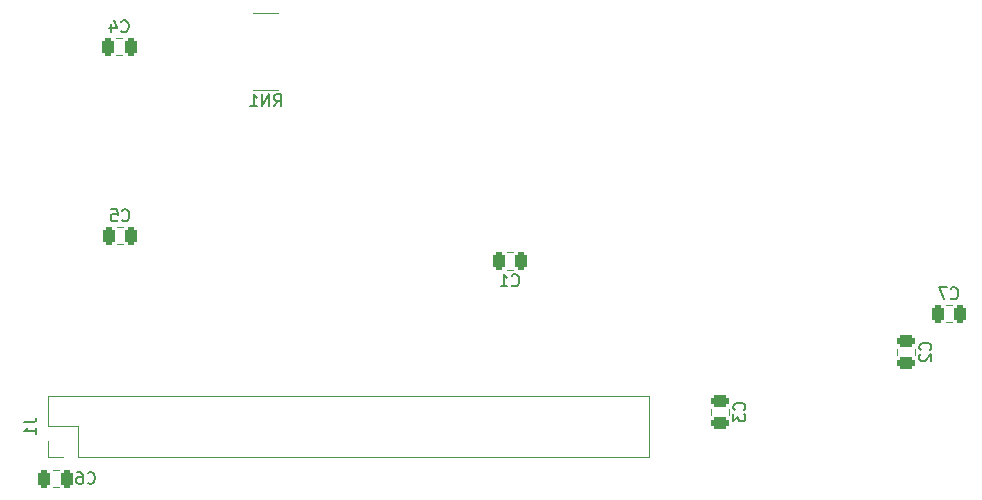
<source format=gbo>
%TF.GenerationSoftware,KiCad,Pcbnew,(6.0.10-0)*%
%TF.CreationDate,2023-01-19T22:09:39-05:00*%
%TF.ProjectId,Tang Primer 20k HD6309 Board,54616e67-2050-4726-996d-65722032306b,rev?*%
%TF.SameCoordinates,Original*%
%TF.FileFunction,Legend,Bot*%
%TF.FilePolarity,Positive*%
%FSLAX46Y46*%
G04 Gerber Fmt 4.6, Leading zero omitted, Abs format (unit mm)*
G04 Created by KiCad (PCBNEW (6.0.10-0)) date 2023-01-19 22:09:39*
%MOMM*%
%LPD*%
G01*
G04 APERTURE LIST*
G04 Aperture macros list*
%AMRoundRect*
0 Rectangle with rounded corners*
0 $1 Rounding radius*
0 $2 $3 $4 $5 $6 $7 $8 $9 X,Y pos of 4 corners*
0 Add a 4 corners polygon primitive as box body*
4,1,4,$2,$3,$4,$5,$6,$7,$8,$9,$2,$3,0*
0 Add four circle primitives for the rounded corners*
1,1,$1+$1,$2,$3*
1,1,$1+$1,$4,$5*
1,1,$1+$1,$6,$7*
1,1,$1+$1,$8,$9*
0 Add four rect primitives between the rounded corners*
20,1,$1+$1,$2,$3,$4,$5,0*
20,1,$1+$1,$4,$5,$6,$7,0*
20,1,$1+$1,$6,$7,$8,$9,0*
20,1,$1+$1,$8,$9,$2,$3,0*%
G04 Aperture macros list end*
%ADD10C,0.150000*%
%ADD11C,0.120000*%
%ADD12R,1.700000X1.700000*%
%ADD13O,1.700000X1.700000*%
%ADD14RoundRect,0.250000X0.250000X0.475000X-0.250000X0.475000X-0.250000X-0.475000X0.250000X-0.475000X0*%
%ADD15RoundRect,0.250000X-0.250000X-0.475000X0.250000X-0.475000X0.250000X0.475000X-0.250000X0.475000X0*%
%ADD16RoundRect,0.250000X0.475000X-0.250000X0.475000X0.250000X-0.475000X0.250000X-0.475000X-0.250000X0*%
%ADD17R,1.440000X2.000000*%
%ADD18O,1.440000X2.000000*%
%ADD19R,0.900000X0.900000*%
G04 APERTURE END LIST*
D10*
X109452666Y-90117142D02*
X109500285Y-90164761D01*
X109643142Y-90212380D01*
X109738380Y-90212380D01*
X109881238Y-90164761D01*
X109976476Y-90069523D01*
X110024095Y-89974285D01*
X110071714Y-89783809D01*
X110071714Y-89640952D01*
X110024095Y-89450476D01*
X109976476Y-89355238D01*
X109881238Y-89260000D01*
X109738380Y-89212380D01*
X109643142Y-89212380D01*
X109500285Y-89260000D01*
X109452666Y-89307619D01*
X109119333Y-89212380D02*
X108452666Y-89212380D01*
X108881238Y-90212380D01*
X36361666Y-105767142D02*
X36409285Y-105814761D01*
X36552142Y-105862380D01*
X36647380Y-105862380D01*
X36790238Y-105814761D01*
X36885476Y-105719523D01*
X36933095Y-105624285D01*
X36980714Y-105433809D01*
X36980714Y-105290952D01*
X36933095Y-105100476D01*
X36885476Y-105005238D01*
X36790238Y-104910000D01*
X36647380Y-104862380D01*
X36552142Y-104862380D01*
X36409285Y-104910000D01*
X36361666Y-104957619D01*
X35504523Y-104862380D02*
X35695000Y-104862380D01*
X35790238Y-104910000D01*
X35837857Y-104957619D01*
X35933095Y-105100476D01*
X35980714Y-105290952D01*
X35980714Y-105671904D01*
X35933095Y-105767142D01*
X35885476Y-105814761D01*
X35790238Y-105862380D01*
X35599761Y-105862380D01*
X35504523Y-105814761D01*
X35456904Y-105767142D01*
X35409285Y-105671904D01*
X35409285Y-105433809D01*
X35456904Y-105338571D01*
X35504523Y-105290952D01*
X35599761Y-105243333D01*
X35790238Y-105243333D01*
X35885476Y-105290952D01*
X35933095Y-105338571D01*
X35980714Y-105433809D01*
X39282666Y-83513142D02*
X39330285Y-83560761D01*
X39473142Y-83608380D01*
X39568380Y-83608380D01*
X39711238Y-83560761D01*
X39806476Y-83465523D01*
X39854095Y-83370285D01*
X39901714Y-83179809D01*
X39901714Y-83036952D01*
X39854095Y-82846476D01*
X39806476Y-82751238D01*
X39711238Y-82656000D01*
X39568380Y-82608380D01*
X39473142Y-82608380D01*
X39330285Y-82656000D01*
X39282666Y-82703619D01*
X38377904Y-82608380D02*
X38854095Y-82608380D01*
X38901714Y-83084571D01*
X38854095Y-83036952D01*
X38758857Y-82989333D01*
X38520761Y-82989333D01*
X38425523Y-83036952D01*
X38377904Y-83084571D01*
X38330285Y-83179809D01*
X38330285Y-83417904D01*
X38377904Y-83513142D01*
X38425523Y-83560761D01*
X38520761Y-83608380D01*
X38758857Y-83608380D01*
X38854095Y-83560761D01*
X38901714Y-83513142D01*
X107701142Y-94509333D02*
X107748761Y-94461714D01*
X107796380Y-94318857D01*
X107796380Y-94223619D01*
X107748761Y-94080761D01*
X107653523Y-93985523D01*
X107558285Y-93937904D01*
X107367809Y-93890285D01*
X107224952Y-93890285D01*
X107034476Y-93937904D01*
X106939238Y-93985523D01*
X106844000Y-94080761D01*
X106796380Y-94223619D01*
X106796380Y-94318857D01*
X106844000Y-94461714D01*
X106891619Y-94509333D01*
X106891619Y-94890285D02*
X106844000Y-94937904D01*
X106796380Y-95033142D01*
X106796380Y-95271238D01*
X106844000Y-95366476D01*
X106891619Y-95414095D01*
X106986857Y-95461714D01*
X107082095Y-95461714D01*
X107224952Y-95414095D01*
X107796380Y-94842666D01*
X107796380Y-95461714D01*
X39216666Y-67511142D02*
X39264285Y-67558761D01*
X39407142Y-67606380D01*
X39502380Y-67606380D01*
X39645238Y-67558761D01*
X39740476Y-67463523D01*
X39788095Y-67368285D01*
X39835714Y-67177809D01*
X39835714Y-67034952D01*
X39788095Y-66844476D01*
X39740476Y-66749238D01*
X39645238Y-66654000D01*
X39502380Y-66606380D01*
X39407142Y-66606380D01*
X39264285Y-66654000D01*
X39216666Y-66701619D01*
X38359523Y-66939714D02*
X38359523Y-67606380D01*
X38597619Y-66558761D02*
X38835714Y-67273047D01*
X38216666Y-67273047D01*
X91953142Y-99589333D02*
X92000761Y-99541714D01*
X92048380Y-99398857D01*
X92048380Y-99303619D01*
X92000761Y-99160761D01*
X91905523Y-99065523D01*
X91810285Y-99017904D01*
X91619809Y-98970285D01*
X91476952Y-98970285D01*
X91286476Y-99017904D01*
X91191238Y-99065523D01*
X91096000Y-99160761D01*
X91048380Y-99303619D01*
X91048380Y-99398857D01*
X91096000Y-99541714D01*
X91143619Y-99589333D01*
X91048380Y-99922666D02*
X91048380Y-100541714D01*
X91429333Y-100208380D01*
X91429333Y-100351238D01*
X91476952Y-100446476D01*
X91524571Y-100494095D01*
X91619809Y-100541714D01*
X91857904Y-100541714D01*
X91953142Y-100494095D01*
X92000761Y-100446476D01*
X92048380Y-100351238D01*
X92048380Y-100065523D01*
X92000761Y-99970285D01*
X91953142Y-99922666D01*
X31002380Y-100651666D02*
X31716666Y-100651666D01*
X31859523Y-100604047D01*
X31954761Y-100508809D01*
X32002380Y-100365952D01*
X32002380Y-100270714D01*
X32002380Y-101651666D02*
X32002380Y-101080238D01*
X32002380Y-101365952D02*
X31002380Y-101365952D01*
X31145238Y-101270714D01*
X31240476Y-101175476D01*
X31288095Y-101080238D01*
X72286666Y-89022142D02*
X72334285Y-89069761D01*
X72477142Y-89117380D01*
X72572380Y-89117380D01*
X72715238Y-89069761D01*
X72810476Y-88974523D01*
X72858095Y-88879285D01*
X72905714Y-88688809D01*
X72905714Y-88545952D01*
X72858095Y-88355476D01*
X72810476Y-88260238D01*
X72715238Y-88165000D01*
X72572380Y-88117380D01*
X72477142Y-88117380D01*
X72334285Y-88165000D01*
X72286666Y-88212619D01*
X71334285Y-89117380D02*
X71905714Y-89117380D01*
X71620000Y-89117380D02*
X71620000Y-88117380D01*
X71715238Y-88260238D01*
X71810476Y-88355476D01*
X71905714Y-88403095D01*
X52125476Y-73867380D02*
X52458809Y-73391190D01*
X52696904Y-73867380D02*
X52696904Y-72867380D01*
X52315952Y-72867380D01*
X52220714Y-72915000D01*
X52173095Y-72962619D01*
X52125476Y-73057857D01*
X52125476Y-73200714D01*
X52173095Y-73295952D01*
X52220714Y-73343571D01*
X52315952Y-73391190D01*
X52696904Y-73391190D01*
X51696904Y-73867380D02*
X51696904Y-72867380D01*
X51125476Y-73867380D01*
X51125476Y-72867380D01*
X50125476Y-73867380D02*
X50696904Y-73867380D01*
X50411190Y-73867380D02*
X50411190Y-72867380D01*
X50506428Y-73010238D01*
X50601666Y-73105476D01*
X50696904Y-73153095D01*
D11*
X109547252Y-92175000D02*
X109024748Y-92175000D01*
X109547252Y-90705000D02*
X109024748Y-90705000D01*
X33393748Y-106145000D02*
X33916252Y-106145000D01*
X33393748Y-104675000D02*
X33916252Y-104675000D01*
X39377252Y-85571000D02*
X38854748Y-85571000D01*
X39377252Y-84101000D02*
X38854748Y-84101000D01*
X104929000Y-94937252D02*
X104929000Y-94414748D01*
X106399000Y-94937252D02*
X106399000Y-94414748D01*
X39311252Y-69569000D02*
X38788748Y-69569000D01*
X39311252Y-68099000D02*
X38788748Y-68099000D01*
X90651000Y-100017252D02*
X90651000Y-99494748D01*
X89181000Y-100017252D02*
X89181000Y-99494748D01*
X32990000Y-100985000D02*
X35590000Y-100985000D01*
X32990000Y-98385000D02*
X32990000Y-100985000D01*
X35590000Y-103585000D02*
X83910000Y-103585000D01*
X83910000Y-98385000D02*
X83910000Y-103585000D01*
X35590000Y-100985000D02*
X35590000Y-103585000D01*
X32990000Y-98385000D02*
X83910000Y-98385000D01*
X32990000Y-103585000D02*
X34320000Y-103585000D01*
X32990000Y-102255000D02*
X32990000Y-103585000D01*
X71858748Y-86250000D02*
X72381252Y-86250000D01*
X71858748Y-87720000D02*
X72381252Y-87720000D01*
X52485000Y-65945000D02*
X50385000Y-65945000D01*
X52485000Y-72485000D02*
X50385000Y-72485000D01*
%LPC*%
D12*
X113284000Y-91689000D03*
D13*
X113284000Y-94229000D03*
D14*
X110236000Y-91440000D03*
X108336000Y-91440000D03*
D15*
X34605000Y-105410000D03*
X32705000Y-105410000D03*
D14*
X40066000Y-84836000D03*
X38166000Y-84836000D03*
D16*
X105664000Y-95626000D03*
X105664000Y-93726000D03*
D14*
X40000000Y-68834000D03*
X38100000Y-68834000D03*
D16*
X89916000Y-98806000D03*
X89916000Y-100706000D03*
D17*
X57150000Y-83820000D03*
D18*
X59690000Y-83820000D03*
X62230000Y-83820000D03*
X64770000Y-83820000D03*
X67310000Y-83820000D03*
X69850000Y-83820000D03*
X72390000Y-83820000D03*
X74930000Y-83820000D03*
X77470000Y-83820000D03*
X80010000Y-83820000D03*
X82550000Y-83820000D03*
X85090000Y-83820000D03*
X87630000Y-83820000D03*
X90170000Y-83820000D03*
X92710000Y-83820000D03*
X95250000Y-83820000D03*
X97790000Y-83820000D03*
X100330000Y-83820000D03*
X102870000Y-83820000D03*
X105410000Y-83820000D03*
X105410000Y-68580000D03*
X102870000Y-68580000D03*
X100330000Y-68580000D03*
X97790000Y-68580000D03*
X95250000Y-68580000D03*
X92710000Y-68580000D03*
X90170000Y-68580000D03*
X87630000Y-68580000D03*
X85090000Y-68580000D03*
X82550000Y-68580000D03*
X80010000Y-68580000D03*
X77470000Y-68580000D03*
X74930000Y-68580000D03*
X72390000Y-68580000D03*
X69850000Y-68580000D03*
X67310000Y-68580000D03*
X64770000Y-68580000D03*
X62230000Y-68580000D03*
X59690000Y-68580000D03*
X57150000Y-68580000D03*
D13*
X82580000Y-99715000D03*
X82580000Y-102255000D03*
X80040000Y-99715000D03*
X80040000Y-102255000D03*
X77500000Y-99715000D03*
X77500000Y-102255000D03*
X74960000Y-99715000D03*
X74960000Y-102255000D03*
X72420000Y-99715000D03*
X72420000Y-102255000D03*
X69880000Y-99715000D03*
X69880000Y-102255000D03*
X67340000Y-99715000D03*
X67340000Y-102255000D03*
X64800000Y-99715000D03*
X64800000Y-102255000D03*
X62260000Y-99715000D03*
X62260000Y-102255000D03*
X59720000Y-99715000D03*
X59720000Y-102255000D03*
X57180000Y-99715000D03*
X57180000Y-102255000D03*
X54640000Y-99715000D03*
X54640000Y-102255000D03*
X52100000Y-99715000D03*
X52100000Y-102255000D03*
X49560000Y-99715000D03*
X49560000Y-102255000D03*
X47020000Y-99715000D03*
X47020000Y-102255000D03*
X44480000Y-99715000D03*
X44480000Y-102255000D03*
X41940000Y-99715000D03*
X41940000Y-102255000D03*
X39400000Y-99715000D03*
X39400000Y-102255000D03*
X36860000Y-99715000D03*
X36860000Y-102255000D03*
X34320000Y-99715000D03*
D12*
X34320000Y-102255000D03*
D15*
X71170000Y-86985000D03*
X73070000Y-86985000D03*
D19*
X52935000Y-71815000D03*
X52935000Y-70495000D03*
X52935000Y-69215000D03*
X52935000Y-67935000D03*
X52935000Y-66615000D03*
X49935000Y-66615000D03*
X49935000Y-67935000D03*
X49935000Y-69215000D03*
X49935000Y-70495000D03*
X49935000Y-71815000D03*
M02*

</source>
